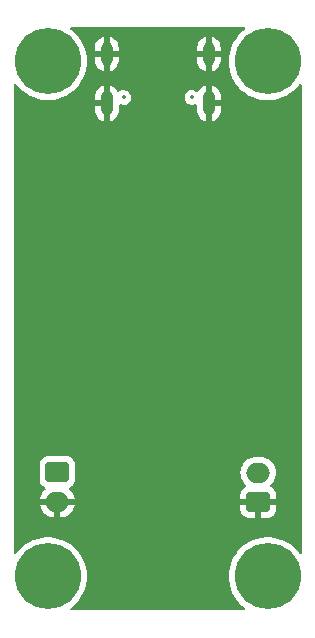
<source format=gbr>
%TF.GenerationSoftware,KiCad,Pcbnew,7.0.2*%
%TF.CreationDate,2023-08-12T21:53:34+01:00*%
%TF.ProjectId,lil-flite,6c696c2d-666c-4697-9465-2e6b69636164,rev?*%
%TF.SameCoordinates,Original*%
%TF.FileFunction,Copper,L2,Bot*%
%TF.FilePolarity,Positive*%
%FSLAX46Y46*%
G04 Gerber Fmt 4.6, Leading zero omitted, Abs format (unit mm)*
G04 Created by KiCad (PCBNEW 7.0.2) date 2023-08-12 21:53:34*
%MOMM*%
%LPD*%
G01*
G04 APERTURE LIST*
G04 Aperture macros list*
%AMRoundRect*
0 Rectangle with rounded corners*
0 $1 Rounding radius*
0 $2 $3 $4 $5 $6 $7 $8 $9 X,Y pos of 4 corners*
0 Add a 4 corners polygon primitive as box body*
4,1,4,$2,$3,$4,$5,$6,$7,$8,$9,$2,$3,0*
0 Add four circle primitives for the rounded corners*
1,1,$1+$1,$2,$3*
1,1,$1+$1,$4,$5*
1,1,$1+$1,$6,$7*
1,1,$1+$1,$8,$9*
0 Add four rect primitives between the rounded corners*
20,1,$1+$1,$2,$3,$4,$5,0*
20,1,$1+$1,$4,$5,$6,$7,0*
20,1,$1+$1,$6,$7,$8,$9,0*
20,1,$1+$1,$8,$9,$2,$3,0*%
G04 Aperture macros list end*
%TA.AperFunction,ConnectorPad*%
%ADD10C,5.600000*%
%TD*%
%TA.AperFunction,ComponentPad*%
%ADD11C,3.600000*%
%TD*%
%TA.AperFunction,ComponentPad*%
%ADD12RoundRect,0.250000X0.750000X-0.600000X0.750000X0.600000X-0.750000X0.600000X-0.750000X-0.600000X0*%
%TD*%
%TA.AperFunction,ComponentPad*%
%ADD13O,2.000000X1.700000*%
%TD*%
%TA.AperFunction,ComponentPad*%
%ADD14RoundRect,0.250000X-0.750000X0.600000X-0.750000X-0.600000X0.750000X-0.600000X0.750000X0.600000X0*%
%TD*%
%TA.AperFunction,ComponentPad*%
%ADD15O,1.050000X2.100000*%
%TD*%
%TA.AperFunction,ComponentPad*%
%ADD16O,1.000000X2.000000*%
%TD*%
%ADD17C,0.350000*%
%ADD18O,0.600000X1.700000*%
%ADD19O,0.600000X1.400000*%
G04 APERTURE END LIST*
D10*
%TO.P,H204,1*%
%TO.N,N/C*%
X103200000Y-96800000D03*
D11*
X103200000Y-96800000D03*
%TD*%
D10*
%TO.P,H203,1*%
%TO.N,N/C*%
X121800000Y-96800000D03*
D11*
X121800000Y-96800000D03*
%TD*%
D10*
%TO.P,H202,1*%
%TO.N,N/C*%
X103200000Y-53200000D03*
D11*
X103200000Y-53200000D03*
%TD*%
D10*
%TO.P,H201,1*%
%TO.N,N/C*%
X121800000Y-53200000D03*
D11*
X121800000Y-53200000D03*
%TD*%
D12*
%TO.P,J203,1,Pin_1*%
%TO.N,GND*%
X121000000Y-90540000D03*
D13*
%TO.P,J203,2,Pin_2*%
%TO.N,/Connectors + Power/RECOVERY_LED*%
X121000000Y-88040000D03*
%TD*%
%TO.P,J202,2,Pin_2*%
%TO.N,GND*%
X104000000Y-90500000D03*
D14*
%TO.P,J202,1,Pin_1*%
%TO.N,+BATT*%
X104000000Y-88000000D03*
%TD*%
D15*
%TO.P,J201,S1,SHELL_GND*%
%TO.N,GND*%
X116820000Y-56774218D03*
D16*
%TO.P,J201,S2,SHELL_GND*%
X116820000Y-52594218D03*
%TO.P,J201,S3,SHELL_GND*%
X108180000Y-52594218D03*
D15*
%TO.P,J201,S4,SHELL_GND*%
X108180000Y-56774218D03*
%TD*%
%TA.AperFunction,Conductor*%
%TO.N,GND*%
G36*
X119859444Y-50320185D02*
G01*
X119905199Y-50372989D01*
X119915143Y-50442147D01*
X119886118Y-50505703D01*
X119867447Y-50523216D01*
X119662822Y-50678767D01*
X119662814Y-50678773D01*
X119660163Y-50680789D01*
X119657739Y-50683084D01*
X119657732Y-50683091D01*
X119402769Y-50924604D01*
X119402754Y-50924619D01*
X119400332Y-50926914D01*
X119398169Y-50929459D01*
X119398158Y-50929472D01*
X119170808Y-51197130D01*
X119170802Y-51197137D01*
X119168635Y-51199689D01*
X119166755Y-51202461D01*
X119166748Y-51202471D01*
X118969679Y-51493126D01*
X118969671Y-51493138D01*
X118967789Y-51495915D01*
X118966214Y-51498885D01*
X118966212Y-51498889D01*
X118801722Y-51809148D01*
X118801717Y-51809157D01*
X118800147Y-51812120D01*
X118798906Y-51815232D01*
X118798902Y-51815243D01*
X118668924Y-52141464D01*
X118667676Y-52144597D01*
X118666775Y-52147841D01*
X118666773Y-52147848D01*
X118572828Y-52486209D01*
X118571929Y-52489448D01*
X118571388Y-52492747D01*
X118571384Y-52492766D01*
X118514573Y-52839302D01*
X118514028Y-52842629D01*
X118513846Y-52845979D01*
X118513845Y-52845992D01*
X118497808Y-53141788D01*
X118494652Y-53200000D01*
X118494834Y-53203356D01*
X118513845Y-53554007D01*
X118513846Y-53554018D01*
X118514028Y-53557371D01*
X118514572Y-53560692D01*
X118514573Y-53560697D01*
X118571384Y-53907233D01*
X118571387Y-53907248D01*
X118571929Y-53910552D01*
X118572827Y-53913789D01*
X118572828Y-53913790D01*
X118615445Y-54067285D01*
X118667676Y-54255403D01*
X118800147Y-54587880D01*
X118967789Y-54904085D01*
X118969676Y-54906868D01*
X118969679Y-54906873D01*
X119152621Y-55176692D01*
X119168635Y-55200311D01*
X119400332Y-55473086D01*
X119402763Y-55475389D01*
X119402769Y-55475395D01*
X119450835Y-55520925D01*
X119660163Y-55719211D01*
X119945081Y-55935800D01*
X120251747Y-56120315D01*
X120576565Y-56270591D01*
X120915726Y-56384868D01*
X121265254Y-56461805D01*
X121621052Y-56500500D01*
X121624410Y-56500500D01*
X121975590Y-56500500D01*
X121978948Y-56500500D01*
X122334746Y-56461805D01*
X122684274Y-56384868D01*
X123023435Y-56270591D01*
X123348253Y-56120315D01*
X123654919Y-55935800D01*
X123939837Y-55719211D01*
X124199668Y-55473086D01*
X124431365Y-55200311D01*
X124472868Y-55139098D01*
X124526781Y-55094659D01*
X124596163Y-55086421D01*
X124658985Y-55117001D01*
X124695301Y-55176692D01*
X124699500Y-55208687D01*
X124699500Y-94791312D01*
X124679815Y-94858351D01*
X124627011Y-94904106D01*
X124557853Y-94914050D01*
X124494297Y-94885025D01*
X124472867Y-94860900D01*
X124471139Y-94858351D01*
X124431365Y-94799689D01*
X124199668Y-94526914D01*
X124197235Y-94524609D01*
X124197230Y-94524604D01*
X123942267Y-94283091D01*
X123939837Y-94280789D01*
X123654919Y-94064200D01*
X123652045Y-94062471D01*
X123652041Y-94062468D01*
X123351135Y-93881419D01*
X123351134Y-93881418D01*
X123348253Y-93879685D01*
X123345197Y-93878271D01*
X123026490Y-93730822D01*
X123026483Y-93730819D01*
X123023435Y-93729409D01*
X122935005Y-93699613D01*
X122687457Y-93616204D01*
X122687448Y-93616201D01*
X122684274Y-93615132D01*
X122681006Y-93614412D01*
X122680993Y-93614409D01*
X122338033Y-93538918D01*
X122338023Y-93538916D01*
X122334746Y-93538195D01*
X121978948Y-93499500D01*
X121621052Y-93499500D01*
X121617715Y-93499862D01*
X121617713Y-93499863D01*
X121268600Y-93537831D01*
X121268598Y-93537831D01*
X121265254Y-93538195D01*
X121261979Y-93538915D01*
X121261966Y-93538918D01*
X120919006Y-93614409D01*
X120918988Y-93614413D01*
X120915726Y-93615132D01*
X120912555Y-93616200D01*
X120912542Y-93616204D01*
X120579752Y-93728335D01*
X120579749Y-93728336D01*
X120576565Y-93729409D01*
X120573522Y-93730816D01*
X120573509Y-93730822D01*
X120254802Y-93878271D01*
X120254792Y-93878275D01*
X120251747Y-93879685D01*
X120248873Y-93881414D01*
X120248864Y-93881419D01*
X119947958Y-94062468D01*
X119947945Y-94062476D01*
X119945081Y-94064200D01*
X119942423Y-94066220D01*
X119942412Y-94066228D01*
X119662822Y-94278767D01*
X119662814Y-94278773D01*
X119660163Y-94280789D01*
X119657739Y-94283084D01*
X119657732Y-94283091D01*
X119402769Y-94524604D01*
X119402754Y-94524619D01*
X119400332Y-94526914D01*
X119398169Y-94529459D01*
X119398158Y-94529472D01*
X119170808Y-94797130D01*
X119170802Y-94797137D01*
X119168635Y-94799689D01*
X119166755Y-94802461D01*
X119166748Y-94802471D01*
X118969679Y-95093126D01*
X118969671Y-95093138D01*
X118967789Y-95095915D01*
X118966214Y-95098885D01*
X118966212Y-95098889D01*
X118801722Y-95409148D01*
X118801717Y-95409157D01*
X118800147Y-95412120D01*
X118798906Y-95415232D01*
X118798902Y-95415243D01*
X118668924Y-95741464D01*
X118667676Y-95744597D01*
X118571929Y-96089448D01*
X118571388Y-96092747D01*
X118571384Y-96092766D01*
X118514573Y-96439302D01*
X118514028Y-96442629D01*
X118513846Y-96445979D01*
X118513845Y-96445992D01*
X118494834Y-96796643D01*
X118494652Y-96800000D01*
X118494834Y-96803356D01*
X118513845Y-97154007D01*
X118513846Y-97154018D01*
X118514028Y-97157371D01*
X118514572Y-97160692D01*
X118514573Y-97160697D01*
X118571384Y-97507233D01*
X118571387Y-97507248D01*
X118571929Y-97510552D01*
X118667676Y-97855403D01*
X118800147Y-98187880D01*
X118967789Y-98504085D01*
X118969676Y-98506868D01*
X118969679Y-98506873D01*
X119152621Y-98776692D01*
X119168635Y-98800311D01*
X119400332Y-99073086D01*
X119402763Y-99075389D01*
X119402769Y-99075395D01*
X119581622Y-99244813D01*
X119660163Y-99319211D01*
X119662822Y-99321232D01*
X119867447Y-99476784D01*
X119908904Y-99533026D01*
X119913373Y-99602752D01*
X119879436Y-99663826D01*
X119817868Y-99696858D01*
X119792405Y-99699500D01*
X105207595Y-99699500D01*
X105140556Y-99679815D01*
X105094801Y-99627011D01*
X105084857Y-99557853D01*
X105113882Y-99494297D01*
X105132553Y-99476784D01*
X105339837Y-99319211D01*
X105599668Y-99073086D01*
X105831365Y-98800311D01*
X106032211Y-98504085D01*
X106199853Y-98187880D01*
X106332324Y-97855403D01*
X106428071Y-97510552D01*
X106485972Y-97157371D01*
X106505348Y-96800000D01*
X106485972Y-96442629D01*
X106428071Y-96089448D01*
X106332324Y-95744597D01*
X106199853Y-95412120D01*
X106032211Y-95095915D01*
X105831365Y-94799689D01*
X105599668Y-94526914D01*
X105597235Y-94524609D01*
X105597230Y-94524604D01*
X105342267Y-94283091D01*
X105339837Y-94280789D01*
X105054919Y-94064200D01*
X105052045Y-94062471D01*
X105052041Y-94062468D01*
X104751135Y-93881419D01*
X104751134Y-93881418D01*
X104748253Y-93879685D01*
X104745197Y-93878271D01*
X104426490Y-93730822D01*
X104426483Y-93730819D01*
X104423435Y-93729409D01*
X104335005Y-93699613D01*
X104087457Y-93616204D01*
X104087448Y-93616201D01*
X104084274Y-93615132D01*
X104081006Y-93614412D01*
X104080993Y-93614409D01*
X103738033Y-93538918D01*
X103738023Y-93538916D01*
X103734746Y-93538195D01*
X103378948Y-93499500D01*
X103021052Y-93499500D01*
X103017715Y-93499862D01*
X103017713Y-93499863D01*
X102668600Y-93537831D01*
X102668598Y-93537831D01*
X102665254Y-93538195D01*
X102661979Y-93538915D01*
X102661966Y-93538918D01*
X102319006Y-93614409D01*
X102318988Y-93614413D01*
X102315726Y-93615132D01*
X102312555Y-93616200D01*
X102312542Y-93616204D01*
X101979752Y-93728335D01*
X101979749Y-93728336D01*
X101976565Y-93729409D01*
X101973522Y-93730816D01*
X101973509Y-93730822D01*
X101654802Y-93878271D01*
X101654792Y-93878275D01*
X101651747Y-93879685D01*
X101648873Y-93881414D01*
X101648864Y-93881419D01*
X101347958Y-94062468D01*
X101347945Y-94062476D01*
X101345081Y-94064200D01*
X101342423Y-94066220D01*
X101342412Y-94066228D01*
X101062822Y-94278767D01*
X101062814Y-94278773D01*
X101060163Y-94280789D01*
X101057739Y-94283084D01*
X101057732Y-94283091D01*
X100802769Y-94524604D01*
X100802754Y-94524619D01*
X100800332Y-94526914D01*
X100798169Y-94529459D01*
X100798158Y-94529472D01*
X100570808Y-94797130D01*
X100570802Y-94797137D01*
X100568635Y-94799689D01*
X100566755Y-94802460D01*
X100566754Y-94802463D01*
X100527133Y-94860900D01*
X100473218Y-94905341D01*
X100403836Y-94913578D01*
X100341014Y-94882997D01*
X100304699Y-94823306D01*
X100300500Y-94791312D01*
X100300500Y-88646878D01*
X102499500Y-88646878D01*
X102499501Y-88650008D01*
X102499820Y-88653140D01*
X102499821Y-88653141D01*
X102510000Y-88752796D01*
X102565186Y-88919334D01*
X102657288Y-89068657D01*
X102781342Y-89192711D01*
X102936558Y-89288448D01*
X102983283Y-89340396D01*
X102994506Y-89409358D01*
X102966663Y-89473440D01*
X102959144Y-89481668D01*
X102811890Y-89628922D01*
X102676399Y-89822423D01*
X102576569Y-90036507D01*
X102519364Y-90249999D01*
X102519364Y-90250000D01*
X103566314Y-90250000D01*
X103540507Y-90290156D01*
X103500000Y-90428111D01*
X103500000Y-90571889D01*
X103540507Y-90709844D01*
X103566314Y-90750000D01*
X102519364Y-90750000D01*
X102576569Y-90963492D01*
X102676400Y-91177578D01*
X102811890Y-91371078D01*
X102978921Y-91538109D01*
X103172421Y-91673599D01*
X103386507Y-91773430D01*
X103614681Y-91834569D01*
X103749999Y-91846407D01*
X103750000Y-91846407D01*
X103750000Y-90935501D01*
X103857685Y-90984680D01*
X103964237Y-91000000D01*
X104035763Y-91000000D01*
X104142315Y-90984680D01*
X104250000Y-90935501D01*
X104250000Y-91846407D01*
X104385318Y-91834569D01*
X104613492Y-91773430D01*
X104827578Y-91673599D01*
X105021078Y-91538109D01*
X105188106Y-91371081D01*
X105323600Y-91177576D01*
X105423430Y-90963492D01*
X105480636Y-90750000D01*
X104433686Y-90750000D01*
X104459493Y-90709844D01*
X104500000Y-90571889D01*
X104500000Y-90428111D01*
X104459493Y-90290156D01*
X104433686Y-90250000D01*
X105480636Y-90250000D01*
X105480635Y-90249999D01*
X105423430Y-90036507D01*
X105323599Y-89822421D01*
X105188109Y-89628921D01*
X105040856Y-89481668D01*
X105007371Y-89420345D01*
X105012355Y-89350653D01*
X105054227Y-89294720D01*
X105063441Y-89288448D01*
X105069331Y-89284814D01*
X105069334Y-89284814D01*
X105218656Y-89192712D01*
X105342712Y-89068656D01*
X105434814Y-88919334D01*
X105489999Y-88752797D01*
X105500500Y-88650009D01*
X105500500Y-88040000D01*
X119494340Y-88040000D01*
X119514936Y-88275407D01*
X119576097Y-88503663D01*
X119675965Y-88717829D01*
X119811505Y-88911401D01*
X119959068Y-89058964D01*
X119992553Y-89120287D01*
X119987569Y-89189979D01*
X119945697Y-89245912D01*
X119936484Y-89252184D01*
X119781653Y-89347684D01*
X119657683Y-89471654D01*
X119565642Y-89620877D01*
X119510493Y-89787303D01*
X119500319Y-89886890D01*
X119500000Y-89893168D01*
X119500000Y-90290000D01*
X120566314Y-90290000D01*
X120540507Y-90330156D01*
X120500000Y-90468111D01*
X120500000Y-90611889D01*
X120540507Y-90749844D01*
X120566314Y-90790000D01*
X119500001Y-90790000D01*
X119500001Y-91186829D01*
X119500321Y-91193111D01*
X119510493Y-91292695D01*
X119565642Y-91459122D01*
X119657683Y-91608345D01*
X119781654Y-91732316D01*
X119930877Y-91824357D01*
X120097303Y-91879506D01*
X120196890Y-91889680D01*
X120203168Y-91889999D01*
X120749999Y-91889999D01*
X120750000Y-91889998D01*
X120750000Y-90975501D01*
X120857685Y-91024680D01*
X120964237Y-91040000D01*
X121035763Y-91040000D01*
X121142315Y-91024680D01*
X121249999Y-90975501D01*
X121249999Y-91889999D01*
X121796829Y-91889999D01*
X121803111Y-91889678D01*
X121902695Y-91879506D01*
X122069122Y-91824357D01*
X122218345Y-91732316D01*
X122342316Y-91608345D01*
X122434357Y-91459122D01*
X122489506Y-91292696D01*
X122499680Y-91193109D01*
X122500000Y-91186831D01*
X122500000Y-90790000D01*
X121433686Y-90790000D01*
X121459493Y-90749844D01*
X121500000Y-90611889D01*
X121500000Y-90468111D01*
X121459493Y-90330156D01*
X121433686Y-90290000D01*
X122499999Y-90290000D01*
X122499999Y-89893170D01*
X122499678Y-89886888D01*
X122489506Y-89787304D01*
X122434357Y-89620877D01*
X122342316Y-89471654D01*
X122218346Y-89347684D01*
X122063515Y-89252184D01*
X122016791Y-89200236D01*
X122005568Y-89131273D01*
X122033412Y-89067191D01*
X122040909Y-89058986D01*
X122188495Y-88911401D01*
X122324035Y-88717830D01*
X122423903Y-88503663D01*
X122485063Y-88275408D01*
X122505659Y-88040000D01*
X122485063Y-87804592D01*
X122423903Y-87576337D01*
X122324035Y-87362171D01*
X122188495Y-87168599D01*
X122021401Y-87001505D01*
X121827829Y-86865965D01*
X121613663Y-86766097D01*
X121385407Y-86704936D01*
X121211667Y-86689736D01*
X121211659Y-86689735D01*
X121208966Y-86689500D01*
X120791034Y-86689500D01*
X120788341Y-86689735D01*
X120788332Y-86689736D01*
X120614592Y-86704936D01*
X120386336Y-86766097D01*
X120172170Y-86865965D01*
X119978598Y-87001505D01*
X119811508Y-87168595D01*
X119811505Y-87168598D01*
X119811505Y-87168599D01*
X119684493Y-87349992D01*
X119675964Y-87362172D01*
X119576097Y-87576337D01*
X119514936Y-87804592D01*
X119494340Y-88040000D01*
X105500500Y-88040000D01*
X105500499Y-87349992D01*
X105489999Y-87247203D01*
X105434814Y-87080666D01*
X105342712Y-86931344D01*
X105342711Y-86931342D01*
X105218657Y-86807288D01*
X105069334Y-86715186D01*
X104902797Y-86660000D01*
X104803141Y-86649819D01*
X104803122Y-86649818D01*
X104800009Y-86649500D01*
X104796860Y-86649500D01*
X103203140Y-86649500D01*
X103203120Y-86649500D01*
X103199992Y-86649501D01*
X103196860Y-86649820D01*
X103196858Y-86649821D01*
X103097203Y-86660000D01*
X102930665Y-86715186D01*
X102781342Y-86807288D01*
X102657288Y-86931342D01*
X102565186Y-87080665D01*
X102510000Y-87247202D01*
X102499819Y-87346858D01*
X102499817Y-87346878D01*
X102499500Y-87349991D01*
X102499500Y-87353138D01*
X102499500Y-87353139D01*
X102499500Y-88646859D01*
X102499500Y-88646878D01*
X100300500Y-88646878D01*
X100300500Y-57346529D01*
X107155000Y-57346529D01*
X107155298Y-57352613D01*
X107169829Y-57500150D01*
X107228442Y-57693369D01*
X107323620Y-57871433D01*
X107451707Y-58027510D01*
X107607784Y-58155597D01*
X107785850Y-58250776D01*
X107929998Y-58294503D01*
X107929999Y-58294503D01*
X107929999Y-57490328D01*
X107954457Y-57529828D01*
X108043962Y-57597419D01*
X108151840Y-57628113D01*
X108263521Y-57617764D01*
X108363922Y-57567770D01*
X108430000Y-57495287D01*
X108430000Y-58294503D01*
X108574150Y-58250776D01*
X108752215Y-58155597D01*
X108908292Y-58027510D01*
X109036379Y-57871433D01*
X109131557Y-57693369D01*
X109190170Y-57500150D01*
X109204701Y-57352613D01*
X109205000Y-57346529D01*
X109205000Y-56975030D01*
X109224685Y-56907991D01*
X109277489Y-56862236D01*
X109346647Y-56852292D01*
X109362463Y-56857583D01*
X109362736Y-56856520D01*
X109530980Y-56899718D01*
X109530981Y-56899718D01*
X109645455Y-56899718D01*
X109649350Y-56899718D01*
X109766792Y-56884882D01*
X109913732Y-56826704D01*
X110041587Y-56733812D01*
X110142324Y-56612041D01*
X110209614Y-56469044D01*
X110239227Y-56313806D01*
X110234246Y-56234632D01*
X114760772Y-56234632D01*
X114770695Y-56392353D01*
X114813540Y-56524217D01*
X114819533Y-56542659D01*
X114863565Y-56612043D01*
X114904215Y-56676096D01*
X115019418Y-56784280D01*
X115157908Y-56860415D01*
X115310980Y-56899718D01*
X115310981Y-56899718D01*
X115425455Y-56899718D01*
X115429350Y-56899718D01*
X115546792Y-56884882D01*
X115603989Y-56862236D01*
X115625352Y-56853778D01*
X115694930Y-56847401D01*
X115756911Y-56879653D01*
X115791615Y-56940295D01*
X115795000Y-56969070D01*
X115795000Y-57346529D01*
X115795298Y-57352613D01*
X115809829Y-57500150D01*
X115868442Y-57693369D01*
X115963620Y-57871433D01*
X116091707Y-58027510D01*
X116247784Y-58155597D01*
X116425850Y-58250776D01*
X116569998Y-58294503D01*
X116569999Y-58294503D01*
X116569999Y-57490328D01*
X116594457Y-57529828D01*
X116683962Y-57597419D01*
X116791840Y-57628113D01*
X116903521Y-57617764D01*
X117003922Y-57567770D01*
X117070000Y-57495287D01*
X117070000Y-58294503D01*
X117214150Y-58250776D01*
X117392215Y-58155597D01*
X117548292Y-58027510D01*
X117676379Y-57871433D01*
X117771557Y-57693369D01*
X117830170Y-57500150D01*
X117844701Y-57352613D01*
X117845000Y-57346529D01*
X117845000Y-57024218D01*
X117120000Y-57024218D01*
X117120000Y-56524218D01*
X117845000Y-56524218D01*
X117844999Y-56524217D01*
X117845000Y-56201906D01*
X117844701Y-56195822D01*
X117830170Y-56048285D01*
X117771557Y-55855066D01*
X117676379Y-55677002D01*
X117548292Y-55520925D01*
X117392215Y-55392838D01*
X117214146Y-55297658D01*
X117070000Y-55253930D01*
X117070000Y-56058107D01*
X117045543Y-56018608D01*
X116956038Y-55951017D01*
X116848160Y-55920323D01*
X116736479Y-55930672D01*
X116636078Y-55980666D01*
X116569999Y-56053149D01*
X116569999Y-55253930D01*
X116425853Y-55297657D01*
X116247784Y-55392838D01*
X116091707Y-55520925D01*
X115963618Y-55677004D01*
X115940647Y-55719980D01*
X115891684Y-55769824D01*
X115823546Y-55785283D01*
X115771553Y-55770187D01*
X115622092Y-55688020D01*
X115469020Y-55648718D01*
X115469019Y-55648718D01*
X115350650Y-55648718D01*
X115346790Y-55649205D01*
X115346783Y-55649206D01*
X115233208Y-55663553D01*
X115086267Y-55721731D01*
X114958413Y-55814623D01*
X114857677Y-55936392D01*
X114790386Y-56079392D01*
X114760772Y-56234632D01*
X110234246Y-56234632D01*
X110229304Y-56156080D01*
X110180467Y-56005777D01*
X110095786Y-55872341D01*
X109980582Y-55764156D01*
X109980581Y-55764155D01*
X109842091Y-55688020D01*
X109689020Y-55648718D01*
X109689019Y-55648718D01*
X109570650Y-55648718D01*
X109566790Y-55649205D01*
X109566783Y-55649206D01*
X109453208Y-55663553D01*
X109306270Y-55721730D01*
X109244241Y-55766797D01*
X109178434Y-55790276D01*
X109110380Y-55774450D01*
X109061998Y-55724931D01*
X109036380Y-55677003D01*
X108908292Y-55520925D01*
X108752215Y-55392838D01*
X108574146Y-55297658D01*
X108430000Y-55253930D01*
X108430000Y-56058107D01*
X108405543Y-56018608D01*
X108316038Y-55951017D01*
X108208160Y-55920323D01*
X108096479Y-55930672D01*
X107996078Y-55980666D01*
X107929998Y-56053149D01*
X107929999Y-55253930D01*
X107785853Y-55297657D01*
X107607784Y-55392838D01*
X107451707Y-55520925D01*
X107323620Y-55677002D01*
X107228442Y-55855066D01*
X107169829Y-56048285D01*
X107155298Y-56195822D01*
X107155000Y-56201906D01*
X107155000Y-56524218D01*
X107880000Y-56524218D01*
X107880000Y-57024218D01*
X107155000Y-57024218D01*
X107155000Y-57346529D01*
X100300500Y-57346529D01*
X100300500Y-55208687D01*
X100320185Y-55141648D01*
X100372989Y-55095893D01*
X100442147Y-55085949D01*
X100505703Y-55114974D01*
X100527129Y-55139095D01*
X100568635Y-55200311D01*
X100800332Y-55473086D01*
X100802763Y-55475389D01*
X100802769Y-55475395D01*
X100850835Y-55520925D01*
X101060163Y-55719211D01*
X101345081Y-55935800D01*
X101651747Y-56120315D01*
X101976565Y-56270591D01*
X102315726Y-56384868D01*
X102665254Y-56461805D01*
X103021052Y-56500500D01*
X103024410Y-56500500D01*
X103375590Y-56500500D01*
X103378948Y-56500500D01*
X103734746Y-56461805D01*
X104084274Y-56384868D01*
X104423435Y-56270591D01*
X104748253Y-56120315D01*
X105054919Y-55935800D01*
X105339837Y-55719211D01*
X105599668Y-55473086D01*
X105831365Y-55200311D01*
X106032211Y-54904085D01*
X106199853Y-54587880D01*
X106332324Y-54255403D01*
X106428071Y-53910552D01*
X106485972Y-53557371D01*
X106505348Y-53200000D01*
X106502192Y-53141788D01*
X107180000Y-53141788D01*
X107180317Y-53148053D01*
X107195419Y-53296557D01*
X107256303Y-53490607D01*
X107355003Y-53668432D01*
X107487479Y-53822749D01*
X107648307Y-53947239D01*
X107830902Y-54036805D01*
X107930000Y-54062462D01*
X107930000Y-53160328D01*
X107954457Y-53199828D01*
X108043962Y-53267419D01*
X108151840Y-53298113D01*
X108263521Y-53287764D01*
X108363922Y-53237770D01*
X108429999Y-53165288D01*
X108429999Y-54067583D01*
X108431949Y-54067285D01*
X108622663Y-53996654D01*
X108795263Y-53889072D01*
X108942669Y-53748951D01*
X109058855Y-53582023D01*
X109139059Y-53395125D01*
X109180000Y-53195906D01*
X109180000Y-53141788D01*
X115820000Y-53141788D01*
X115820317Y-53148053D01*
X115835419Y-53296557D01*
X115896303Y-53490607D01*
X115995003Y-53668432D01*
X116127479Y-53822749D01*
X116288307Y-53947239D01*
X116470902Y-54036805D01*
X116570000Y-54062462D01*
X116570000Y-53160328D01*
X116594457Y-53199828D01*
X116683962Y-53267419D01*
X116791840Y-53298113D01*
X116903521Y-53287764D01*
X117003922Y-53237770D01*
X117069999Y-53165288D01*
X117069999Y-54067583D01*
X117071949Y-54067285D01*
X117262663Y-53996654D01*
X117435263Y-53889072D01*
X117582669Y-53748951D01*
X117698855Y-53582023D01*
X117779059Y-53395125D01*
X117820000Y-53195906D01*
X117820000Y-52844218D01*
X117120000Y-52844218D01*
X117120000Y-52344218D01*
X117820000Y-52344218D01*
X117820000Y-52046647D01*
X117819682Y-52040382D01*
X117804580Y-51891878D01*
X117743696Y-51697828D01*
X117644996Y-51520003D01*
X117512520Y-51365686D01*
X117351692Y-51241196D01*
X117169094Y-51151628D01*
X117070000Y-51125971D01*
X117070000Y-52028107D01*
X117045543Y-51988608D01*
X116956038Y-51921017D01*
X116848160Y-51890323D01*
X116736479Y-51900672D01*
X116636078Y-51950666D01*
X116570000Y-52023148D01*
X116570000Y-51120851D01*
X116568051Y-51121150D01*
X116377336Y-51191782D01*
X116204736Y-51299363D01*
X116057330Y-51439484D01*
X115941144Y-51606412D01*
X115860940Y-51793310D01*
X115820000Y-51992529D01*
X115820000Y-52344218D01*
X116520000Y-52344218D01*
X116520000Y-52844218D01*
X115820000Y-52844218D01*
X115820000Y-53141788D01*
X109180000Y-53141788D01*
X109180000Y-52844218D01*
X108480000Y-52844218D01*
X108480000Y-52344218D01*
X109180000Y-52344218D01*
X109180000Y-52046647D01*
X109179682Y-52040382D01*
X109164580Y-51891878D01*
X109103696Y-51697828D01*
X109004996Y-51520003D01*
X108872520Y-51365686D01*
X108711692Y-51241196D01*
X108529094Y-51151628D01*
X108430000Y-51125971D01*
X108430000Y-52028107D01*
X108405543Y-51988608D01*
X108316038Y-51921017D01*
X108208160Y-51890323D01*
X108096479Y-51900672D01*
X107996078Y-51950666D01*
X107929999Y-52023148D01*
X107930000Y-51120851D01*
X107928051Y-51121150D01*
X107737336Y-51191782D01*
X107564736Y-51299363D01*
X107417330Y-51439484D01*
X107301144Y-51606412D01*
X107220940Y-51793310D01*
X107180000Y-51992529D01*
X107180000Y-52344218D01*
X107880000Y-52344218D01*
X107880000Y-52844218D01*
X107180000Y-52844218D01*
X107180000Y-53141788D01*
X106502192Y-53141788D01*
X106485972Y-52842629D01*
X106428071Y-52489448D01*
X106332324Y-52144597D01*
X106199853Y-51812120D01*
X106032211Y-51495915D01*
X105831365Y-51199689D01*
X105599668Y-50926914D01*
X105597235Y-50924609D01*
X105597230Y-50924604D01*
X105342267Y-50683091D01*
X105339837Y-50680789D01*
X105132552Y-50523215D01*
X105091096Y-50466974D01*
X105086627Y-50397248D01*
X105120564Y-50336174D01*
X105182132Y-50303142D01*
X105207595Y-50300500D01*
X119792405Y-50300500D01*
X119859444Y-50320185D01*
G37*
%TD.AperFunction*%
%TD*%
D17*
X103200000Y-96800000D03*
X121800000Y-96800000D03*
X103200000Y-53200000D03*
X121800000Y-53200000D03*
X121000000Y-90540000D03*
X121000000Y-88040000D03*
X104000000Y-90500000D03*
X104000000Y-88000000D03*
X115390000Y-56274218D03*
X109610000Y-56274218D03*
D18*
X116820000Y-56774218D03*
D19*
X116820000Y-52594218D03*
X108180000Y-52594218D03*
D18*
X108180000Y-56774218D03*
M02*

</source>
